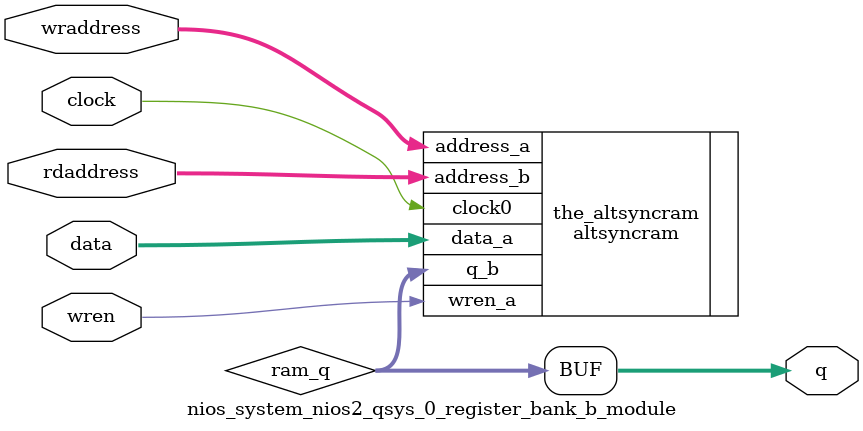
<source format=v>
module nios_system_nios2_qsys_0_register_bank_b_module (
                                                         // inputs:
                                                          clock,
                                                          data,
                                                          rdaddress,
                                                          wraddress,
                                                          wren,
                                                         // outputs:
                                                          q
                                                       )
;
  parameter lpm_file = "UNUSED";
  output  [ 31: 0] q;
  input            clock;
  input   [ 31: 0] data;
  input   [  4: 0] rdaddress;
  input   [  4: 0] wraddress;
  input            wren;
  wire    [ 31: 0] q;
  wire    [ 31: 0] ram_q;
  assign q = ram_q;
  altsyncram the_altsyncram
    (
      .address_a (wraddress),
      .address_b (rdaddress),
      .clock0 (clock),
      .data_a (data),
      .q_b (ram_q),
      .wren_a (wren)
    );
  defparam the_altsyncram.address_reg_b = "CLOCK0",
           the_altsyncram.init_file = lpm_file,
           the_altsyncram.maximum_depth = 0,
           the_altsyncram.numwords_a = 32,
           the_altsyncram.numwords_b = 32,
           the_altsyncram.operation_mode = "DUAL_PORT",
           the_altsyncram.outdata_reg_b = "UNREGISTERED",
           the_altsyncram.ram_block_type = "AUTO",
           the_altsyncram.rdcontrol_reg_b = "CLOCK0",
           the_altsyncram.read_during_write_mode_mixed_ports = "DONT_CARE",
           the_altsyncram.width_a = 32,
           the_altsyncram.width_b = 32,
           the_altsyncram.widthad_a = 5,
           the_altsyncram.widthad_b = 5;
endmodule
</source>
